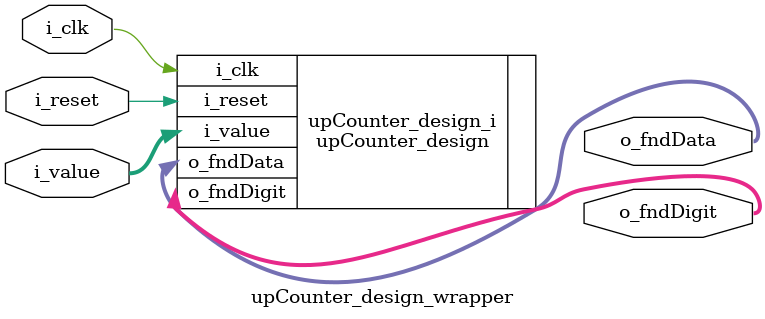
<source format=v>
`timescale 1 ps / 1 ps

module upCounter_design_wrapper
   (i_clk,
    i_reset,
    i_value,
    o_fndData,
    o_fndDigit);
  input i_clk;
  input i_reset;
  input [13:0]i_value;
  output [7:0]o_fndData;
  output [3:0]o_fndDigit;

  wire i_clk;
  wire i_reset;
  wire [13:0]i_value;
  wire [7:0]o_fndData;
  wire [3:0]o_fndDigit;

  upCounter_design upCounter_design_i
       (.i_clk(i_clk),
        .i_reset(i_reset),
        .i_value(i_value),
        .o_fndData(o_fndData),
        .o_fndDigit(o_fndDigit));
endmodule

</source>
